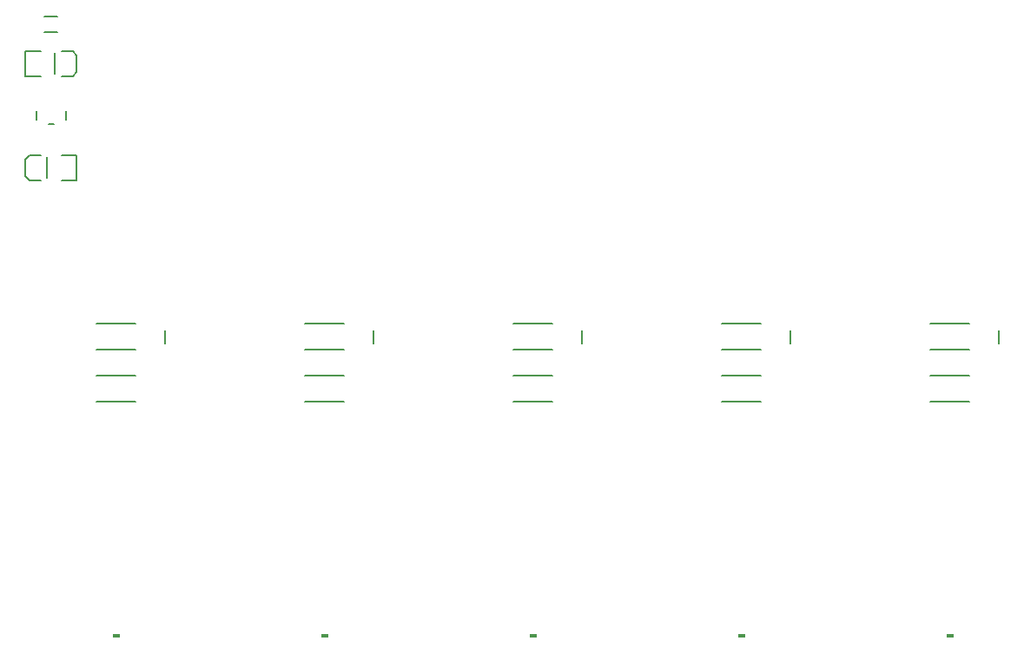
<source format=gbo>
G75*
G70*
%OFA0B0*%
%FSLAX24Y24*%
%IPPOS*%
%LPD*%
%AMOC8*
5,1,8,0,0,1.08239X$1,22.5*
%
%ADD10C,0.0080*%
%ADD11C,0.0050*%
%ADD12R,0.0300X0.0180*%
D10*
X010910Y016660D02*
X012410Y016660D01*
X012410Y017660D02*
X010910Y017660D01*
X010910Y018660D02*
X012410Y018660D01*
X013542Y018910D02*
X013542Y019410D01*
X012410Y019660D02*
X010910Y019660D01*
X018910Y019660D02*
X020410Y019660D01*
X021542Y019410D02*
X021542Y018910D01*
X020410Y018660D02*
X018910Y018660D01*
X018910Y017660D02*
X020410Y017660D01*
X020410Y016660D02*
X018910Y016660D01*
X026910Y016660D02*
X028410Y016660D01*
X028410Y017660D02*
X026910Y017660D01*
X026910Y018660D02*
X028410Y018660D01*
X029542Y018910D02*
X029542Y019410D01*
X028410Y019660D02*
X026910Y019660D01*
X034910Y019660D02*
X036410Y019660D01*
X037542Y019410D02*
X037542Y018910D01*
X036410Y018660D02*
X034910Y018660D01*
X034910Y017660D02*
X036410Y017660D01*
X036410Y016660D02*
X034910Y016660D01*
X042910Y016660D02*
X044410Y016660D01*
X044410Y017660D02*
X042910Y017660D01*
X042910Y018660D02*
X044410Y018660D01*
X045542Y018910D02*
X045542Y019410D01*
X044410Y019660D02*
X042910Y019660D01*
X010144Y025188D02*
X010144Y026132D01*
X009554Y026132D01*
X008766Y026132D02*
X008333Y026132D01*
X008176Y025975D01*
X008176Y025345D01*
X008333Y025188D01*
X008766Y025188D01*
X009554Y025188D02*
X010144Y025188D01*
X009266Y027341D02*
X009054Y027341D01*
X008600Y027491D02*
X008600Y027829D01*
X009720Y027829D02*
X009720Y027491D01*
X009554Y029188D02*
X009987Y029188D01*
X010144Y029345D01*
X010144Y029975D01*
X009987Y030132D01*
X009554Y030132D01*
X008766Y030132D02*
X008176Y030132D01*
X008176Y029188D01*
X008766Y029188D01*
X008910Y030860D02*
X009410Y030860D01*
X009410Y031460D02*
X008910Y031460D01*
D11*
X009310Y030060D02*
X009310Y029260D01*
X009010Y026060D02*
X009010Y025260D01*
D12*
X011660Y007660D03*
X019660Y007660D03*
X027660Y007660D03*
X035660Y007660D03*
X043660Y007660D03*
M02*

</source>
